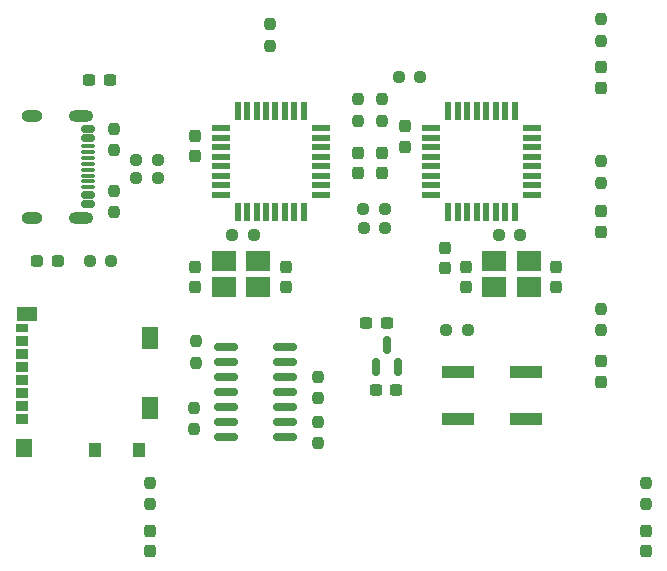
<source format=gbr>
G04 #@! TF.GenerationSoftware,KiCad,Pcbnew,8.0.6-8.0.6-0~ubuntu24.04.1*
G04 #@! TF.CreationDate,2024-11-11T15:02:52+01:00*
G04 #@! TF.ProjectId,PicoMother,5069636f-4d6f-4746-9865-722e6b696361,1*
G04 #@! TF.SameCoordinates,Original*
G04 #@! TF.FileFunction,Paste,Top*
G04 #@! TF.FilePolarity,Positive*
%FSLAX46Y46*%
G04 Gerber Fmt 4.6, Leading zero omitted, Abs format (unit mm)*
G04 Created by KiCad (PCBNEW 8.0.6-8.0.6-0~ubuntu24.04.1) date 2024-11-11 15:02:52*
%MOMM*%
%LPD*%
G01*
G04 APERTURE LIST*
G04 Aperture macros list*
%AMRoundRect*
0 Rectangle with rounded corners*
0 $1 Rounding radius*
0 $2 $3 $4 $5 $6 $7 $8 $9 X,Y pos of 4 corners*
0 Add a 4 corners polygon primitive as box body*
4,1,4,$2,$3,$4,$5,$6,$7,$8,$9,$2,$3,0*
0 Add four circle primitives for the rounded corners*
1,1,$1+$1,$2,$3*
1,1,$1+$1,$4,$5*
1,1,$1+$1,$6,$7*
1,1,$1+$1,$8,$9*
0 Add four rect primitives between the rounded corners*
20,1,$1+$1,$2,$3,$4,$5,0*
20,1,$1+$1,$4,$5,$6,$7,0*
20,1,$1+$1,$6,$7,$8,$9,0*
20,1,$1+$1,$8,$9,$2,$3,0*%
G04 Aperture macros list end*
%ADD10RoundRect,0.237500X-0.237500X0.250000X-0.237500X-0.250000X0.237500X-0.250000X0.237500X0.250000X0*%
%ADD11RoundRect,0.237500X-0.250000X-0.237500X0.250000X-0.237500X0.250000X0.237500X-0.250000X0.237500X0*%
%ADD12RoundRect,0.237500X0.237500X-0.300000X0.237500X0.300000X-0.237500X0.300000X-0.237500X-0.300000X0*%
%ADD13R,0.550000X1.600000*%
%ADD14R,1.600000X0.550000*%
%ADD15RoundRect,0.237500X0.300000X0.237500X-0.300000X0.237500X-0.300000X-0.237500X0.300000X-0.237500X0*%
%ADD16RoundRect,0.237500X-0.237500X0.300000X-0.237500X-0.300000X0.237500X-0.300000X0.237500X0.300000X0*%
%ADD17RoundRect,0.237500X0.237500X-0.287500X0.237500X0.287500X-0.237500X0.287500X-0.237500X-0.287500X0*%
%ADD18RoundRect,0.237500X0.237500X-0.250000X0.237500X0.250000X-0.237500X0.250000X-0.237500X-0.250000X0*%
%ADD19R,1.100000X0.850000*%
%ADD20R,1.100000X0.750000*%
%ADD21R,1.000000X1.200000*%
%ADD22R,1.350000X1.550000*%
%ADD23R,1.350000X1.900000*%
%ADD24R,1.800000X1.170000*%
%ADD25RoundRect,0.237500X0.250000X0.237500X-0.250000X0.237500X-0.250000X-0.237500X0.250000X-0.237500X0*%
%ADD26R,2.800000X1.000000*%
%ADD27RoundRect,0.237500X0.287500X0.237500X-0.287500X0.237500X-0.287500X-0.237500X0.287500X-0.237500X0*%
%ADD28RoundRect,0.150000X-0.825000X-0.150000X0.825000X-0.150000X0.825000X0.150000X-0.825000X0.150000X0*%
%ADD29RoundRect,0.150000X0.150000X-0.587500X0.150000X0.587500X-0.150000X0.587500X-0.150000X-0.587500X0*%
%ADD30R,2.100000X1.800000*%
%ADD31RoundRect,0.237500X-0.300000X-0.237500X0.300000X-0.237500X0.300000X0.237500X-0.300000X0.237500X0*%
%ADD32RoundRect,0.150000X-0.425000X0.150000X-0.425000X-0.150000X0.425000X-0.150000X0.425000X0.150000X0*%
%ADD33RoundRect,0.075000X-0.500000X0.075000X-0.500000X-0.075000X0.500000X-0.075000X0.500000X0.075000X0*%
%ADD34O,2.100000X1.000000*%
%ADD35O,1.800000X1.000000*%
G04 APERTURE END LIST*
D10*
G04 #@! TO.C,R8*
X123200000Y-80487500D03*
X123200000Y-82312500D03*
G04 #@! TD*
D11*
G04 #@! TO.C,R1*
X119993600Y-98382000D03*
X121818600Y-98382000D03*
G04 #@! TD*
G04 #@! TO.C,R11*
X111837500Y-92000000D03*
X113662500Y-92000000D03*
G04 #@! TD*
D12*
G04 #@! TO.C,C4*
X139800000Y-102775000D03*
X139800000Y-101050000D03*
G04 #@! TD*
D11*
G04 #@! TO.C,R13*
X134087500Y-85000000D03*
X135912500Y-85000000D03*
G04 #@! TD*
D13*
G04 #@! TO.C,U5*
X120447400Y-96384000D03*
X121247400Y-96384000D03*
X122047400Y-96384000D03*
X122847400Y-96384000D03*
X123647400Y-96384000D03*
X124447400Y-96384000D03*
X125247400Y-96384000D03*
X126047400Y-96384000D03*
D14*
X127497400Y-94934000D03*
X127497400Y-94134000D03*
X127497400Y-93334000D03*
X127497400Y-92534000D03*
X127497400Y-91734000D03*
X127497400Y-90934000D03*
X127497400Y-90134000D03*
X127497400Y-89334000D03*
D13*
X126047400Y-87884000D03*
X125247400Y-87884000D03*
X124447400Y-87884000D03*
X123647400Y-87884000D03*
X122847400Y-87884000D03*
X122047400Y-87884000D03*
X121247400Y-87884000D03*
X120447400Y-87884000D03*
D14*
X118997400Y-89334000D03*
X118997400Y-90134000D03*
X118997400Y-90934000D03*
X118997400Y-91734000D03*
X118997400Y-92534000D03*
X118997400Y-93334000D03*
X118997400Y-94134000D03*
X118997400Y-94934000D03*
G04 #@! TD*
D10*
G04 #@! TO.C,R20*
X151250000Y-92087500D03*
X151250000Y-93912500D03*
G04 #@! TD*
D15*
G04 #@! TO.C,C3*
X133892198Y-111468050D03*
X132167198Y-111468050D03*
G04 #@! TD*
D11*
G04 #@! TO.C,R12*
X111837500Y-93500000D03*
X113662500Y-93500000D03*
G04 #@! TD*
G04 #@! TO.C,R7*
X142567700Y-98382000D03*
X144392700Y-98382000D03*
G04 #@! TD*
D16*
G04 #@! TO.C,C11*
X124500000Y-101050000D03*
X124500000Y-102775000D03*
G04 #@! TD*
D17*
G04 #@! TO.C,D10*
X113000000Y-125125000D03*
X113000000Y-123375000D03*
G04 #@! TD*
D18*
G04 #@! TO.C,R9*
X130632200Y-88662500D03*
X130632200Y-86837500D03*
G04 #@! TD*
D13*
G04 #@! TO.C,U4*
X138288800Y-96384000D03*
X139088800Y-96384000D03*
X139888800Y-96384000D03*
X140688800Y-96384000D03*
X141488800Y-96384000D03*
X142288800Y-96384000D03*
X143088800Y-96384000D03*
X143888800Y-96384000D03*
D14*
X145338800Y-94934000D03*
X145338800Y-94134000D03*
X145338800Y-93334000D03*
X145338800Y-92534000D03*
X145338800Y-91734000D03*
X145338800Y-90934000D03*
X145338800Y-90134000D03*
X145338800Y-89334000D03*
D13*
X143888800Y-87884000D03*
X143088800Y-87884000D03*
X142288800Y-87884000D03*
X141488800Y-87884000D03*
X140688800Y-87884000D03*
X139888800Y-87884000D03*
X139088800Y-87884000D03*
X138288800Y-87884000D03*
D14*
X136838800Y-89334000D03*
X136838800Y-90134000D03*
X136838800Y-90934000D03*
X136838800Y-91734000D03*
X136838800Y-92534000D03*
X136838800Y-93334000D03*
X136838800Y-94134000D03*
X136838800Y-94934000D03*
G04 #@! TD*
D16*
G04 #@! TO.C,C5*
X147400000Y-101050000D03*
X147400000Y-102775000D03*
G04 #@! TD*
D12*
G04 #@! TO.C,C6*
X138000000Y-101137500D03*
X138000000Y-99412500D03*
G04 #@! TD*
D17*
G04 #@! TO.C,D5*
X130632200Y-93125000D03*
X130632200Y-91375000D03*
G04 #@! TD*
D19*
G04 #@! TO.C,J6*
X102220600Y-113899800D03*
X102220600Y-112799800D03*
X102220600Y-111699800D03*
X102220600Y-110599800D03*
X102220600Y-109499800D03*
X102220600Y-108399800D03*
X102220600Y-107299800D03*
D20*
X102220600Y-106249800D03*
D21*
X108370600Y-116534800D03*
X112070600Y-116534800D03*
D22*
X102345600Y-116359800D03*
D23*
X113045600Y-113034800D03*
X113045600Y-107064800D03*
D24*
X102570600Y-105039800D03*
G04 #@! TD*
D12*
G04 #@! TO.C,C7*
X116800000Y-91694000D03*
X116800000Y-89969000D03*
G04 #@! TD*
D18*
G04 #@! TO.C,R18*
X127242800Y-112188000D03*
X127242800Y-110363000D03*
G04 #@! TD*
G04 #@! TO.C,R3*
X110000000Y-91162500D03*
X110000000Y-89337500D03*
G04 #@! TD*
D25*
G04 #@! TO.C,R6*
X109756000Y-100584000D03*
X107931000Y-100584000D03*
G04 #@! TD*
D16*
G04 #@! TO.C,C1*
X134600000Y-89137500D03*
X134600000Y-90862500D03*
G04 #@! TD*
D18*
G04 #@! TO.C,R17*
X116778000Y-114804200D03*
X116778000Y-112979200D03*
G04 #@! TD*
D26*
G04 #@! TO.C,SW1*
X144900000Y-113956600D03*
X139100000Y-113956600D03*
X144900000Y-109956600D03*
X139100000Y-109956600D03*
G04 #@! TD*
D15*
G04 #@! TO.C,C2*
X133062500Y-105800000D03*
X131337500Y-105800000D03*
G04 #@! TD*
D27*
G04 #@! TO.C,D1*
X105206800Y-100584000D03*
X103456800Y-100584000D03*
G04 #@! TD*
D28*
G04 #@! TO.C,U1*
X119470400Y-107848400D03*
X119470400Y-109118400D03*
X119470400Y-110388400D03*
X119470400Y-111658400D03*
X119470400Y-112928400D03*
X119470400Y-114198400D03*
X119470400Y-115468400D03*
X124420400Y-115468400D03*
X124420400Y-114198400D03*
X124420400Y-112928400D03*
X124420400Y-111658400D03*
X124420400Y-110388400D03*
X124420400Y-109118400D03*
X124420400Y-107848400D03*
G04 #@! TD*
D10*
G04 #@! TO.C,R19*
X151250000Y-80087500D03*
X151250000Y-81912500D03*
G04 #@! TD*
D12*
G04 #@! TO.C,C13*
X116800000Y-102775000D03*
X116800000Y-101050000D03*
G04 #@! TD*
D10*
G04 #@! TO.C,R21*
X151250000Y-104587500D03*
X151250000Y-106412500D03*
G04 #@! TD*
D17*
G04 #@! TO.C,D7*
X151250000Y-98075000D03*
X151250000Y-96325000D03*
G04 #@! TD*
D10*
G04 #@! TO.C,R4*
X110000000Y-94587500D03*
X110000000Y-96412500D03*
G04 #@! TD*
D29*
G04 #@! TO.C,U2*
X132140698Y-109518750D03*
X134040698Y-109518750D03*
X133090698Y-107643750D03*
G04 #@! TD*
D30*
G04 #@! TO.C,Y1*
X145084800Y-100562500D03*
X142184800Y-100562500D03*
X142184800Y-102762500D03*
X145084800Y-102762500D03*
G04 #@! TD*
D25*
G04 #@! TO.C,R2*
X132918200Y-96113600D03*
X131093200Y-96113600D03*
G04 #@! TD*
D10*
G04 #@! TO.C,R22*
X155000000Y-119337500D03*
X155000000Y-121162500D03*
G04 #@! TD*
D31*
G04 #@! TO.C,C9*
X107887500Y-85250000D03*
X109612500Y-85250000D03*
G04 #@! TD*
D17*
G04 #@! TO.C,D8*
X151250000Y-110775000D03*
X151250000Y-109025000D03*
G04 #@! TD*
D10*
G04 #@! TO.C,R23*
X113000000Y-119337500D03*
X113000000Y-121162500D03*
G04 #@! TD*
D17*
G04 #@! TO.C,D4*
X151250000Y-85875000D03*
X151250000Y-84125000D03*
G04 #@! TD*
D11*
G04 #@! TO.C,R14*
X138087500Y-106400000D03*
X139912500Y-106400000D03*
G04 #@! TD*
D18*
G04 #@! TO.C,R15*
X127242800Y-115998000D03*
X127242800Y-114173000D03*
G04 #@! TD*
D17*
G04 #@! TO.C,D6*
X132664200Y-93125000D03*
X132664200Y-91375000D03*
G04 #@! TD*
D18*
G04 #@! TO.C,R10*
X132664200Y-88662500D03*
X132664200Y-86837500D03*
G04 #@! TD*
D30*
G04 #@! TO.C,Y4*
X122200000Y-100562500D03*
X119300000Y-100562500D03*
X119300000Y-102762500D03*
X122200000Y-102762500D03*
G04 #@! TD*
D10*
G04 #@! TO.C,R16*
X116905000Y-107342300D03*
X116905000Y-109167300D03*
G04 #@! TD*
D11*
G04 #@! TO.C,R5*
X131118600Y-97800000D03*
X132943600Y-97800000D03*
G04 #@! TD*
D17*
G04 #@! TO.C,D9*
X155000000Y-125125000D03*
X155000000Y-123375000D03*
G04 #@! TD*
D32*
G04 #@! TO.C,J9*
X107755000Y-89370000D03*
X107755000Y-90170000D03*
D33*
X107755000Y-91320000D03*
X107755000Y-92320000D03*
X107755000Y-92820000D03*
X107755000Y-93820000D03*
D32*
X107755000Y-94970000D03*
X107755000Y-95770000D03*
X107755000Y-95770000D03*
X107755000Y-94970000D03*
D33*
X107755000Y-94320000D03*
X107755000Y-93320000D03*
X107755000Y-91820000D03*
X107755000Y-90820000D03*
D32*
X107755000Y-90170000D03*
X107755000Y-89370000D03*
D34*
X107180000Y-88250000D03*
D35*
X103000000Y-88250000D03*
D34*
X107180000Y-96890000D03*
D35*
X103000000Y-96890000D03*
G04 #@! TD*
M02*

</source>
